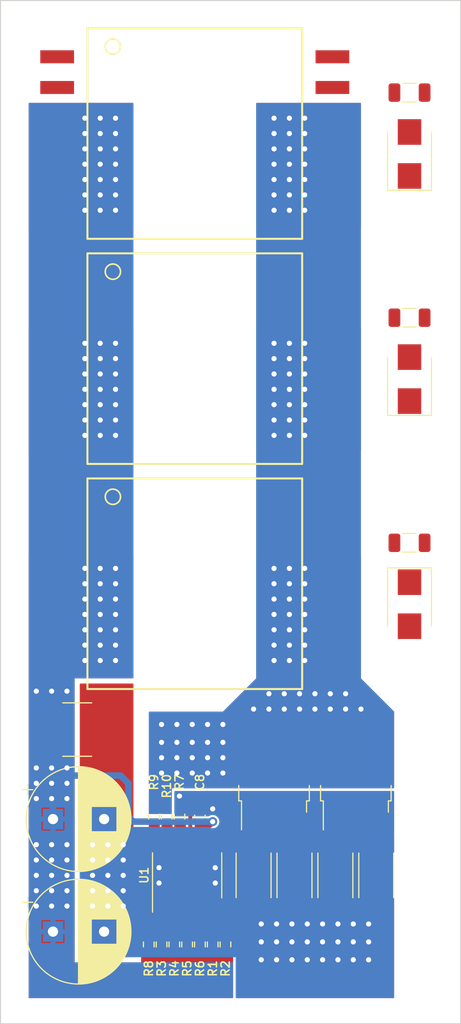
<source format=kicad_pcb>
(kicad_pcb (version 20211014) (generator pcbnew)
  (layers (0 "F.Cu" signal) (31 "B.Cu" signal) (34 "B.Paste" user) (35 "F.Paste" user) (36 "B.SilkS" user "B.Silkscreen") (37 "F.SilkS" user "F.Silkscreen") (38 "B.Mask" user) (39 "F.Mask" user) (44 "Edge.Cuts" user))
  (net 0 "")
  (net 1 "Net-(C1-Pad1)")
  (net 2 "Net-(C1-Pad2)")
  (net 3 "Net-(C2-Pad1)")
  (net 4 "Net-(C2-Pad2)")
  (net 5 "Net-(C3-Pad1)")
  (net 6 "Net-(C3-Pad2)")
  (net 7 "Net-(D1-Pad2)")
  (net 8 "Net-(D2-Pad2)")
  (net 9 "Net-(D3-Pad2)")
  (net 10 "Net-(Q1-Pad1)")
  (net 11 "Net-(Q1-Pad3)")
  (net 12 "Net-(Q1-Pad2)")
  (net 13 "Net-(C5-Pad1)")
  (net 14 "Net-(R1-Pad2)")
  (net 15 "Net-(R2-Pad2)")
  (net 16 "Net-(R3-Pad2)")
  (net 17 "Net-(R4-Pad2)")
  (net 18 "Net-(R5-Pad2)")
  (net 19 "Net-(R6-Pad2)")
  (net 20 "Net-(R7-Pad1)")
  (net 21 "GND")
  (net 22 "Net-(R8-Pad1)")
  (net 23 "Net-(R9-Pad1)")
  (net 24 "Net-(R10-Pad1)")
  (footprint "Resistor_SMD:R_2512_6332Metric" (layer "F.Cu") (at 183.75 190.5 -90)
    (fp_text reference "R11" hide)
    (fp_text value "0R01")
    (pad "1" smd roundrect locked (at -2.9625 0 270) (size 1.225 3.35) (layers "F.Cu" "F.Paste" "F.Mask") (roundrect_rratio 0.204082) (net 11 "Net-(Q1-Pad3)"))
    (pad "2" smd roundrect locked (at 2.9625 0 270) (size 1.225 3.35) (layers "F.Cu" "F.Paste" "F.Mask") (roundrect_rratio 0.204082) (net 21 "GND"))
  )
  (footprint "Capacitor_SMD:C_1206_3216Metric" (layer "F.Cu") (at 187 158 180)
    (fp_text reference "C2" hide)
    (fp_text value "1uF")
    (pad "1" smd roundrect locked (at -1.475 0 180) (size 1.15 1.8) (layers "F.Cu" "F.Paste" "F.Mask") (roundrect_rratio 0.217391) (net 3 "Net-(C2-Pad1)"))
    (pad "2" smd roundrect locked (at 1.475 0 180) (size 1.15 1.8) (layers "F.Cu" "F.Paste" "F.Mask") (roundrect_rratio 0.217391) (net 4 "Net-(C2-Pad2)"))
  )
  (footprint "Package_TO_SOT_SMD:TO-252-2" (layer "F.Cu") (at 173.75 180.75 90)
    (fp_text reference "Q1" hide)
    (fp_text value "FET")
    (pad "1" smd rect locked (at -4.2 -2.28 90) (size 2.2 1.2) (layers "F.Cu" "F.Paste" "F.Mask") (net 10 "Net-(Q1-Pad1)"))
    (pad "2" smd rect locked (at 2.1 0 90) (size 6.4 5.8) (layers "F.Cu" "F.Mask") (net 12 "Net-(Q1-Pad2)"))
    (pad "3" smd rect locked (at -4.2 2.28 90) (size 2.2 1.2) (layers "F.Cu" "F.Paste" "F.Mask") (net 11 "Net-(Q1-Pad3)"))
  )
  (footprint "DA2034:DA2034-AL" (layer "F.Cu") (at 165.999998 139.999999)
    (fp_text reference "U4" hide)
    (fp_text value "DA2034-AL" hide)
    (pad "P$1" smd rect (at -13.46 -7.5) (size 3.3 1.27) (layers "F.Cu" "F.Paste" "F.Mask") (net 6 "Net-(C3-Pad2)"))
    (pad "P$2" smd rect (at -13.46 -4.5) (size 3.3 1.27) (layers "F.Cu" "F.Paste" "F.Mask"))
    (pad "P$3" smd rect (at -13.46 -1.5) (size 3.3 1.27) (layers "F.Cu" "F.Paste" "F.Mask") (net 13 "Net-(C5-Pad1)"))
    (pad "P$4" smd rect (at -13.46 1.5) (size 3.3 1.27) (layers "F.Cu" "F.Paste" "F.Mask") (net 13 "Net-(C5-Pad1)"))
    (pad "P$5" smd rect (at -13.46 4.5) (size 3.3 1.27) (layers "F.Cu" "F.Paste" "F.Mask") (net 13 "Net-(C5-Pad1)"))
    (pad "P$6" smd rect (at -13.46 7.5) (size 3.3 1.27) (layers "F.Cu" "F.Paste" "F.Mask") (net 13 "Net-(C5-Pad1)"))
    (pad "P$7" smd rect (at 13.46 7.5) (size 3.3 1.27) (layers "F.Cu" "F.Paste" "F.Mask") (net 12 "Net-(Q1-Pad2)"))
    (pad "P$8" smd rect (at 13.46 4.5) (size 3.3 1.27) (layers "F.Cu" "F.Paste" "F.Mask") (net 12 "Net-(Q1-Pad2)"))
    (pad "P$9" smd rect (at 13.46 1.5) (size 3.3 1.27) (layers "F.Cu" "F.Paste" "F.Mask") (net 12 "Net-(Q1-Pad2)"))
    (pad "P$10" smd rect (at 13.46 -1.5) (size 3.3 1.27) (layers "F.Cu" "F.Paste" "F.Mask") (net 12 "Net-(Q1-Pad2)"))
    (pad "P$11" smd rect (at 13.46 -4.5) (size 3.3 1.27) (layers "F.Cu" "F.Paste" "F.Mask"))
    (pad "P$12" smd rect (at 13.46 -7.5) (size 3.3 1.27) (layers "F.Cu" "F.Paste" "F.Mask") (net 9 "Net-(D3-Pad2)"))
  )
  (footprint "Package_SO:HTSSOP-20-1EP_4.4x6.5mm_P0.65mm_EP2.74x3.86mm" (layer "F.Cu") (at 165.25 190.5 90)
    (fp_text reference "U1" (at 0.000005 -4.199996 90) (layer "F.SilkS") (effects (font (size 0.8128 0.8128))))
    (fp_text value "LT3751")
    (pad "1" smd roundrect locked (at -2.8625 -2.925 90) (size 1.475 0.4) (layers "F.Cu" "F.Paste" "F.Mask") (net 22 "Net-(R8-Pad1)"))
    (pad "2" smd roundrect locked (at -2.8625 -2.275 90) (size 1.475 0.4) (layers "F.Cu" "F.Paste" "F.Mask") (net 16 "Net-(R3-Pad2)"))
    (pad "3" smd roundrect locked (at -2.8625 -1.625 90) (size 1.475 0.4) (layers "F.Cu" "F.Paste" "F.Mask") (net 17 "Net-(R4-Pad2)"))
    (pad "4" smd roundrect locked (at -2.8625 -0.975 90) (size 1.475 0.4) (layers "F.Cu" "F.Paste" "F.Mask") (net 18 "Net-(R5-Pad2)"))
    (pad "5" smd roundrect locked (at -2.8625 -0.325 90) (size 1.475 0.4) (layers "F.Cu" "F.Paste" "F.Mask") (net 19 "Net-(R6-Pad2)"))
    (pad "6" smd roundrect locked (at -2.8625 0.325 90) (size 1.475 0.4) (layers "F.Cu" "F.Paste" "F.Mask") (net 14 "Net-(R1-Pad2)"))
    (pad "7" smd roundrect locked (at -2.8625 0.975 90) (size 1.475 0.4) (layers "F.Cu" "F.Paste" "F.Mask") (net 15 "Net-(R2-Pad2)"))
    (pad "8" smd roundrect locked (at -2.8625 1.625 90) (size 1.475 0.4) (layers "F.Cu" "F.Paste" "F.Mask"))
    (pad "9" smd roundrect locked (at -2.8625 2.275 90) (size 1.475 0.4) (layers "F.Cu" "F.Paste" "F.Mask") (net 21 "GND"))
    (pad "10" smd roundrect locked (at -2.8625 2.925 90) (size 1.475 0.4) (layers "F.Cu" "F.Paste" "F.Mask") (net 21 "GND"))
    (pad "11" smd roundrect locked (at 2.8625 2.925 90) (size 1.475 0.4) (layers "F.Cu" "F.Paste" "F.Mask") (net 21 "GND"))
    (pad "12" smd roundrect locked (at 2.8625 2.275 90) (size 1.475 0.4) (layers "F.Cu" "F.Paste" "F.Mask") (net 11 "Net-(Q1-Pad3)"))
    (pad "13" smd roundrect locked (at 2.8625 1.625 90) (size 1.475 0.4) (layers "F.Cu" "F.Paste" "F.Mask") (net 13 "Net-(C5-Pad1)"))
    (pad "14" smd roundrect locked (at 2.8625 0.975 90) (size 1.475 0.4) (layers "F.Cu" "F.Paste" "F.Mask") (net 13 "Net-(C5-Pad1)"))
    (pad "15" smd roundrect locked (at 2.8625 0.325 90) (size 1.475 0.4) (layers "F.Cu" "F.Paste" "F.Mask") (net 10 "Net-(Q1-Pad1)"))
    (pad "16" smd roundrect locked (at 2.8625 -0.325 90) (size 1.475 0.4) (layers "F.Cu" "F.Paste" "F.Mask") (net 20 "Net-(R7-Pad1)"))
    (pad "17" smd roundrect locked (at 2.8625 -0.975 90) (size 1.475 0.4) (layers "F.Cu" "F.Paste" "F.Mask"))
    (pad "18" smd roundrect locked (at 2.8625 -1.625 90) (size 1.475 0.4) (layers "F.Cu" "F.Paste" "F.Mask") (net 24 "Net-(R10-Pad1)"))
    (pad "19" smd roundrect locked (at 2.8625 -2.275 90) (size 1.475 0.4) (layers "F.Cu" "F.Paste" "F.Mask"))
    (pad "20" smd roundrect locked (at 2.8625 -2.925 90) (size 1.475 0.4) (layers "F.Cu" "F.Paste" "F.Mask") (net 23 "Net-(R9-Pad1)"))
    (pad "21" smd rect locked (at 0 0 90) (size 2.74 3.86) (layers "F.Cu" "F.Mask") (net 21 "GND"))
  )
  (footprint "Resistor_SMD:R_0603_1608Metric" (layer "F.Cu") (at 163.25 184.75 90)
    (fp_text reference "R10" (at 4.25 0 90) (layer "F.SilkS") (effects (font (size 0.8128 0.8128)) (justify right)))
    (fp_text value "40K2")
    (pad "1" smd roundrect locked (at -0.825 0 90) (size 0.8 0.95) (layers "F.Cu" "F.Paste" "F.Mask") (net 24 "Net-(R10-Pad1)"))
    (pad "2" smd roundrect locked (at 0.825 0 90) (size 0.8 0.95) (layers "F.Cu" "F.Paste" "F.Mask") (net 12 "Net-(Q1-Pad2)"))
  )
  (footprint "Diode_SMD:D_SMB" (layer "F.Cu") (at 187 120 90)
    (fp_text reference "D1" hide)
    (fp_text value "D")
    (pad "1" smd rect locked (at -2.15 0 90) (size 2.5 2.3) (layers "F.Cu" "F.Paste" "F.Mask") (net 1 "Net-(C1-Pad1)"))
    (pad "2" smd rect locked (at 2.15 0 90) (size 2.5 2.3) (layers "F.Cu" "F.Paste" "F.Mask") (net 7 "Net-(D1-Pad2)"))
  )
  (footprint "Diode_SMD:D_SMB" (layer "F.Cu") (at 187 164 -90)
    (fp_text reference "D2" hide)
    (fp_text value "D")
    (pad "1" smd rect locked (at -2.15 0 270) (size 2.5 2.3) (layers "F.Cu" "F.Paste" "F.Mask") (net 3 "Net-(C2-Pad1)"))
    (pad "2" smd rect locked (at 2.15 0 270) (size 2.5 2.3) (layers "F.Cu" "F.Paste" "F.Mask") (net 8 "Net-(D2-Pad2)"))
  )
  (footprint "Resistor_SMD:R_0603_1608Metric" (layer "F.Cu") (at 162.75 197.25 90)
    (fp_text reference "R3" (at -3.25 0 90) (layer "F.SilkS") (effects (font (size 0.8128 0.8128)) (justify left)))
    (fp_text value "100K")
    (pad "1" smd roundrect locked (at -0.825 0 90) (size 0.8 0.95) (layers "F.Cu" "F.Paste" "F.Mask") (net 13 "Net-(C5-Pad1)"))
    (pad "2" smd roundrect locked (at 0.825 0 90) (size 0.8 0.95) (layers "F.Cu" "F.Paste" "F.Mask") (net 16 "Net-(R3-Pad2)"))
  )
  (footprint "Resistor_SMD:R_0603_1608Metric" (layer "F.Cu") (at 164 197.25 90)
    (fp_text reference "R4" (at -3.25 0 90) (layer "F.SilkS") (effects (font (size 0.8128 0.8128)) (justify left)))
    (fp_text value "100K")
    (pad "1" smd roundrect locked (at -0.825 0 90) (size 0.8 0.95) (layers "F.Cu" "F.Paste" "F.Mask") (net 13 "Net-(C5-Pad1)"))
    (pad "2" smd roundrect locked (at 0.825 0 90) (size 0.8 0.95) (layers "F.Cu" "F.Paste" "F.Mask") (net 17 "Net-(R4-Pad2)"))
  )
  (footprint "Capacitor_SMD:C_1206_3216Metric" (layer "F.Cu") (at 187 114 180)
    (fp_text reference "C1" hide)
    (fp_text value "1uF")
    (pad "1" smd roundrect locked (at -1.475 0 180) (size 1.15 1.8) (layers "F.Cu" "F.Paste" "F.Mask") (roundrect_rratio 0.217391) (net 1 "Net-(C1-Pad1)"))
    (pad "2" smd roundrect locked (at 1.475 0 180) (size 1.15 1.8) (layers "F.Cu" "F.Paste" "F.Mask") (roundrect_rratio 0.217391) (net 2 "Net-(C1-Pad2)"))
  )
  (footprint "Diode_SMD:D_SMB" (layer "F.Cu") (at 187 142 90)
    (fp_text reference "D3" hide)
    (fp_text value "D")
    (pad "1" smd rect locked (at -2.15 0 90) (size 2.5 2.3) (layers "F.Cu" "F.Paste" "F.Mask") (net 5 "Net-(C3-Pad1)"))
    (pad "2" smd rect locked (at 2.15 0 90) (size 2.5 2.3) (layers "F.Cu" "F.Paste" "F.Mask") (net 9 "Net-(D3-Pad2)"))
  )
  (footprint "Capacitor_THT:CP_Radial_D10.0mm_P5.00mm" (layer "F.Cu") (at 152.132323 196)
    (fp_text reference "C6" hide)
    (fp_text value "470uF")
    (pad "1" thru_hole rect locked (at 0 0) (size 2 2) (drill 1) (layers *.Cu *.Mask) (net 13 "Net-(C5-Pad1)"))
    (pad "2" thru_hole circle locked (at 5 0) (size 2 2) (drill 1) (layers *.Cu *.Mask) (net 21 "GND"))
  )
  (footprint "Resistor_SMD:R_0603_1608Metric" (layer "F.Cu") (at 164.5 184.75 90)
    (fp_text reference "R7" (at 4.25 0 90) (layer "F.SilkS") (effects (font (size 0.8128 0.8128)) (justify right)))
    (fp_text value "787R")
    (pad "1" smd roundrect locked (at -0.825 0 90) (size 0.8 0.95) (layers "F.Cu" "F.Paste" "F.Mask") (net 20 "Net-(R7-Pad1)"))
    (pad "2" smd roundrect locked (at 0.825 0 90) (size 0.8 0.95) (layers "F.Cu" "F.Paste" "F.Mask") (net 21 "GND"))
  )
  (footprint "Capacitor_SMD:C_1206_3216Metric" (layer "F.Cu") (at 187 136 180)
    (fp_text reference "C3" hide)
    (fp_text value "1uF")
    (pad "1" smd roundrect locked (at -1.475 0 180) (size 1.15 1.8) (layers "F.Cu" "F.Paste" "F.Mask") (roundrect_rratio 0.217391) (net 5 "Net-(C3-Pad1)"))
    (pad "2" smd roundrect locked (at 1.475 0 180) (size 1.15 1.8) (layers "F.Cu" "F.Paste" "F.Mask") (roundrect_rratio 0.217391) (net 6 "Net-(C3-Pad2)"))
  )
  (footprint "Capacitor_SMD:C_0603_1608Metric" (layer "F.Cu") (at 166.5 184.75 -90)
    (fp_text reference "C8" (at -4.25 0 90) (layer "F.SilkS") (effects (font (size 0.8128 0.8128)) (justify right)))
    (fp_text value "10uF")
    (pad "1" smd roundrect locked (at -0.775 0 270) (size 0.9 0.95) (layers "F.Cu" "F.Paste" "F.Mask") (net 21 "GND"))
    (pad "2" smd roundrect locked (at 0.775 0 270) (size 0.9 0.95) (layers "F.Cu" "F.Paste" "F.Mask") (net 13 "Net-(C5-Pad1)"))
  )
  (footprint "Resistor_SMD:R_2512_6332Metric" (layer "F.Cu") (at 171.75 190.5 -90)
    (fp_text reference "R12" hide)
    (fp_text value "0R01")
    (pad "1" smd roundrect locked (at -2.9625 0 270) (size 1.225 3.35) (layers "F.Cu" "F.Paste" "F.Mask") (roundrect_rratio 0.204082) (net 11 "Net-(Q1-Pad3)"))
    (pad "2" smd roundrect locked (at 2.9625 0 270) (size 1.225 3.35) (layers "F.Cu" "F.Paste" "F.Mask") (roundrect_rratio 0.204082) (net 21 "GND"))
  )
  (footprint "Resistor_SMD:R_2512_6332Metric" (layer "F.Cu") (at 175.75 190.5 -90)
    (fp_text reference "R14" hide)
    (fp_text value "0R01")
    (pad "1" smd roundrect locked (at -2.9625 0 270) (size 1.225 3.35) (layers "F.Cu" "F.Paste" "F.Mask") (roundrect_rratio 0.204082) (net 11 "Net-(Q1-Pad3)"))
    (pad "2" smd roundrect locked (at 2.9625 0 270) (size 1.225 3.35) (layers "F.Cu" "F.Paste" "F.Mask") (roundrect_rratio 0.204082) (net 21 "GND"))
  )
  (footprint "Resistor_SMD:R_0603_1608Metric" (layer "F.Cu") (at 165.25 197.25 90)
    (fp_text reference "R5" (at -3.25 0 90) (layer "F.SilkS") (effects (font (size 0.8128 0.8128)) (justify left)))
    (fp_text value "100K")
    (pad "1" smd roundrect locked (at -0.825 0 90) (size 0.8 0.95) (layers "F.Cu" "F.Paste" "F.Mask") (net 13 "Net-(C5-Pad1)"))
    (pad "2" smd roundrect locked (at 0.825 0 90) (size 0.8 0.95) (layers "F.Cu" "F.Paste" "F.Mask") (net 18 "Net-(R5-Pad2)"))
  )
  (footprint "Capacitor_THT:CP_Radial_D10.0mm_P5.00mm" (layer "F.Cu") (at 152.132323 185)
    (fp_text reference "C5" hide)
    (fp_text value "470uF")
    (pad "1" thru_hole rect locked (at 0 0) (size 2 2) (drill 1) (layers *.Cu *.Mask) (net 13 "Net-(C5-Pad1)"))
    (pad "2" thru_hole circle locked (at 5 0) (size 2 2) (drill 1) (layers *.Cu *.Mask) (net 21 "GND"))
  )
  (footprint "Package_TO_SOT_SMD:TO-252-2" (layer "F.Cu") (at 181.75 180.75 90)
    (fp_text reference "Q2" hide)
    (fp_text value "FET")
    (pad "1" smd rect locked (at -4.2 -2.28 90) (size 2.2 1.2) (layers "F.Cu" "F.Paste" "F.Mask") (net 10 "Net-(Q1-Pad1)"))
    (pad "2" smd rect locked (at 2.1 0 90) (size 6.4 5.8) (layers "F.Cu" "F.Mask") (net 12 "Net-(Q1-Pad2)"))
    (pad "3" smd rect locked (at -4.2 2.28 90) (size 2.2 1.2) (layers "F.Cu" "F.Paste" "F.Mask") (net 11 "Net-(Q1-Pad3)"))
  )
  (footprint "Resistor_SMD:R_0603_1608Metric" (layer "F.Cu") (at 169 197.25 90)
    (fp_text reference "R2" (at -3.25 0 90) (layer "F.SilkS") (effects (font (size 0.8128 0.8128)) (justify left)))
    (fp_text value "100K")
    (pad "1" smd roundrect locked (at -0.825 0 90) (size 0.8 0.95) (layers "F.Cu" "F.Paste" "F.Mask") (net 13 "Net-(C5-Pad1)"))
    (pad "2" smd roundrect locked (at 0.825 0 90) (size 0.8 0.95) (layers "F.Cu" "F.Paste" "F.Mask") (net 15 "Net-(R2-Pad2)"))
  )
  (footprint "DA2034:DA2034-AL" (layer "F.Cu") (at 165.999998 117.999993)
    (fp_text reference "U2" hide)
    (fp_text value "DA2034-AL" hide)
    (pad "P$1" smd rect (at -13.46 -7.5) (size 3.3 1.27) (layers "F.Cu" "F.Paste" "F.Mask") (net 2 "Net-(C1-Pad2)"))
    (pad "P$2" smd rect (at -13.46 -4.5) (size 3.3 1.27) (layers "F.Cu" "F.Paste" "F.Mask"))
    (pad "P$3" smd rect (at -13.46 -1.5) (size 3.3 1.27) (layers "F.Cu" "F.Paste" "F.Mask") (net 13 "Net-(C5-Pad1)"))
    (pad "P$4" smd rect (at -13.46 1.5) (size 3.3 1.27) (layers "F.Cu" "F.Paste" "F.Mask") (net 13 "Net-(C5-Pad1)"))
    (pad "P$5" smd rect (at -13.46 4.5) (size 3.3 1.27) (layers "F.Cu" "F.Paste" "F.Mask") (net 13 "Net-(C5-Pad1)"))
    (pad "P$6" smd rect (at -13.46 7.5) (size 3.3 1.27) (layers "F.Cu" "F.Paste" "F.Mask") (net 13 "Net-(C5-Pad1)"))
    (pad "P$7" smd rect (at 13.46 7.5) (size 3.3 1.27) (layers "F.Cu" "F.Paste" "F.Mask") (net 12 "Net-(Q1-Pad2)"))
    (pad "P$8" smd rect (at 13.46 4.5) (size 3.3 1.27) (layers "F.Cu" "F.Paste" "F.Mask") (net 12 "Net-(Q1-Pad2)"))
    (pad "P$9" smd rect (at 13.46 1.5) (size 3.3 1.27) (layers "F.Cu" "F.Paste" "F.Mask") (net 12 "Net-(Q1-Pad2)"))
    (pad "P$10" smd rect (at 13.46 -1.5) (size 3.3 1.27) (layers "F.Cu" "F.Paste" "F.Mask") (net 12 "Net-(Q1-Pad2)"))
    (pad "P$11" smd rect (at 13.46 -4.5) (size 3.3 1.27) (layers "F.Cu" "F.Paste" "F.Mask"))
    (pad "P$12" smd rect (at 13.46 -7.5) (size 3.3 1.27) (layers "F.Cu" "F.Paste" "F.Mask") (net 7 "Net-(D1-Pad2)"))
  )
  (footprint "Resistor_SMD:R_2512_6332Metric" (layer "F.Cu") (at 179.75 190.5 -90)
    (fp_text reference "R13" hide)
    (fp_text value "0R01")
    (pad "1" smd roundrect locked (at -2.9625 0 270) (size 1.225 3.35) (layers "F.Cu" "F.Paste" "F.Mask") (roundrect_rratio 0.204082) (net 11 "Net-(Q1-Pad3)"))
    (pad "2" smd roundrect locked (at 2.9625 0 270) (size 1.225 3.35) (layers "F.Cu" "F.Paste" "F.Mask") (roundrect_rratio 0.204082) (net 21 "GND"))
  )
  (footprint "DA2034:DA2034-AL" (layer "F.Cu") (at 165.999998 162.000006)
    (fp_text reference "U3" hide)
    (fp_text value "DA2034-AL" hide)
    (pad "P$1" smd rect (at -13.46 -7.5) (size 3.3 1.27) (layers "F.Cu" "F.Paste" "F.Mask") (net 4 "Net-(C2-Pad2)"))
    (pad "P$2" smd rect (at -13.46 -4.5) (size 3.3 1.27) (layers "F.Cu" "F.Paste" "F.Mask"))
    (pad "P$3" smd rect (at -13.46 -1.5) (size 3.3 1.27) (layers "F.Cu" "F.Paste" "F.Mask") (net 13 "Net-(C5-Pad1)"))
    (pad "P$4" smd rect (at -13.46 1.5) (size 3.3 1.27) (layers "F.Cu" "F.Paste" "F.Mask") (net 13 "Net-(C5-Pad1)"))
    (pad "P$5" smd rect (at -13.46 4.5) (size 3.3 1.27) (layers "F.Cu" "F.Paste" "F.Mask") (net 13 "Net-(C5-Pad1)"))
    (pad "P$6" smd rect (at -13.46 7.5) (size 3.3 1.27) (layers "F.Cu" "F.Paste" "F.Mask") (net 13 "Net-(C5-Pad1)"))
    (pad "P$7" smd rect (at 13.46 7.5) (size 3.3 1.27) (layers "F.Cu" "F.Paste" "F.Mask") (net 12 "Net-(Q1-Pad2)"))
    (pad "P$8" smd rect (at 13.46 4.5) (size 3.3 1.27) (layers "F.Cu" "F.Paste" "F.Mask") (net 12 "Net-(Q1-Pad2)"))
    (pad "P$9" smd rect (at 13.46 1.5) (size 3.3 1.27) (layers "F.Cu" "F.Paste" "F.Mask") (net 12 "Net-(Q1-Pad2)"))
    (pad "P$10" smd rect (at 13.46 -1.5) (size 3.3 1.27) (layers "F.Cu" "F.Paste" "F.Mask") (net 12 "Net-(Q1-Pad2)"))
    (pad "P$11" smd rect (at 13.46 -4.5) (size 3.3 1.27) (layers "F.Cu" "F.Paste" "F.Mask"))
    (pad "P$12" smd rect (at 13.46 -7.5) (size 3.3 1.27) (layers "F.Cu" "F.Paste" "F.Mask") (net 8 "Net-(D2-Pad2)"))
  )
  (footprint "Resistor_SMD:R_0603_1608Metric" (layer "F.Cu") (at 162 184.75 90)
    (fp_text reference "R9" (at 4.25 -0.000011 90) (layer "F.SilkS") (effects (font (size 0.8128 0.8128)) (justify right)))
    (fp_text value "18K2")
    (pad "1" smd roundrect locked (at -0.825 0 90) (size 0.8 0.95) (layers "F.Cu" "F.Paste" "F.Mask") (net 23 "Net-(R9-Pad1)"))
    (pad "2" smd roundrect locked (at 0.825 0 90) (size 0.8 0.95) (layers "F.Cu" "F.Paste" "F.Mask") (net 12 "Net-(Q1-Pad2)"))
  )
  (footprint "Resistor_SMD:R_0603_1608Metric" (layer "F.Cu") (at 167.75 197.25 90)
    (fp_text reference "R1" (at -3.25 0.00001 90) (layer "F.SilkS") (effects (font (size 0.8128 0.8128)) (justify left)))
    (fp_text value "100K")
    (pad "1" smd roundrect locked (at -0.825 0 90) (size 0.8 0.95) (layers "F.Cu" "F.Paste" "F.Mask") (net 13 "Net-(C5-Pad1)"))
    (pad "2" smd roundrect locked (at 0.825 0 90) (size 0.8 0.95) (layers "F.Cu" "F.Paste" "F.Mask") (net 14 "Net-(R1-Pad2)"))
  )
  (footprint "Resistor_SMD:R_0603_1608Metric" (layer "F.Cu") (at 166.5 197.25 90)
    (fp_text reference "R6" (at -3.25 0 90) (layer "F.SilkS") (effects (font (size 0.8128 0.8128)) (justify left)))
    (fp_text value "100K")
    (pad "1" smd roundrect locked (at -0.825 0 90) (size 0.8 0.95) (layers "F.Cu" "F.Paste" "F.Mask") (net 13 "Net-(C5-Pad1)"))
    (pad "2" smd roundrect locked (at 0.825 0 90) (size 0.8 0.95) (layers "F.Cu" "F.Paste" "F.Mask") (net 19 "Net-(R6-Pad2)"))
  )
  (footprint "Resistor_SMD:R_0603_1608Metric" (layer "F.Cu") (at 161.5 197.25 -90)
    (fp_text reference "R8" (at 3.25 -0.00001 90) (layer "F.SilkS") (effects (font (size 0.8128 0.8128)) (justify left)))
    (fp_text value "40K2")
    (pad "1" smd roundrect locked (at -0.825 0 270) (size 0.8 0.95) (layers "F.Cu" "F.Paste" "F.Mask") (net 22 "Net-(R8-Pad1)"))
    (pad "2" smd roundrect locked (at 0.825 0 270) (size 0.8 0.95) (layers "F.Cu" "F.Paste" "F.Mask") (net 13 "Net-(C5-Pad1)"))
  )
  (footprint "Capacitor_SMD:C_2220_5650Metric" (layer "F.Cu") (at 154.5 176.25)
    (fp_text reference "C7" hide)
    (fp_text value "100uF")
    (pad "1" smd roundrect locked (at -2.55 0) (size 1.8 5.4) (layers "F.Cu" "F.Paste" "F.Mask") (roundrect_rratio 0.138889) (net 13 "Net-(C5-Pad1)"))
    (pad "2" smd roundrect locked (at 2.55 0) (size 1.8 5.4) (layers "F.Cu" "F.Paste" "F.Mask") (roundrect_rratio 0.138889) (net 21 "GND"))
  )
  (gr_rect (start 147 105) (end 192 205) (layer "Edge.Cuts") (width 0.1) (fill none))
  (segment (start 171.75 189.875) (end 171.75 187.5375) (width 0.254) (layer "F.Cu") (net 11))
  (segment (start 167.525 187.6375) (end 167.525 186.725) (width 0.254) (layer "F.Cu") (net 11))
  (segment (start 168.125 186.125) (end 168.75 186.125) (width 0.254) (layer "F.Cu") (net 11))
  (segment (start 169.5 186.875) (end 169.5 189.75) (width 0.254) (layer "F.Cu") (net 11))
  (segment (start 170 190.25) (end 171.375 190.25) (width 0.254) (layer "F.Cu") (net 11))
  (arc (start 169.5 189.75) (mid 169.646447 190.103553) (end 170 190.25) (width 0.254) (layer "F.Cu") (net 11))
  (arc (start 171.375 190.25) (mid 171.640165 190.140165) (end 171.75 189.875) (width 0.254) (layer "F.Cu") (net 11))
  (arc (start 168.75 186.125) (mid 169.28033 186.34467) (end 169.5 186.875) (width 0.254) (layer "F.Cu") (net 11))
  (arc (start 167.525 186.725) (mid 167.700736 186.300736) (end 168.125 186.125) (width 0.254) (layer "F.Cu") (net 11))
  (via (at 176.75 118) (size 0.889) (drill 0.508) (layers "F.Cu" "B.Cu") (net 12))
  (via (at 173.75 165) (size 0.889) (drill 0.508) (layers "F.Cu" "B.Cu") (net 12))
  (via (at 175.25 147.5) (size 0.889) (drill 0.508) (layers "F.Cu" "B.Cu") (net 12))
  (via (at 173.75 166.5) (size 0.889) (drill 0.508) (layers "F.Cu" "B.Cu") (net 12))
  (via (at 173.75 168) (size 0.889) (drill 0.508) (layers "F.Cu" "B.Cu") (net 12))
  (via (at 162.75 179) (size 0.889) (drill 0.508) (layers "F.Cu" "B.Cu") (net 12))
  (via (at 165.75 177.5) (size 0.889) (drill 0.508) (layers "F.Cu" "B.Cu") (net 12))
  (via (at 173.75 160.5) (size 0.889) (drill 0.508) (layers "F.Cu" "B.Cu") (net 12))
  (via (at 175.25 165) (size 0.889) (drill 0.508) (layers "F.Cu" "B.Cu") (net 12))
  (via (at 180.75 172.75) (size 0.889) (drill 0.508) (layers "F.Cu" "B.Cu") (net 12))
  (via (at 175.25 125.5) (size 0.889) (drill 0.508) (layers "F.Cu" "B.Cu") (net 12))
  (via (at 176.25 174.25) (size 0.889) (drill 0.508) (layers "F.Cu" "B.Cu") (net 12))
  (via (at 176.75 141.5) (size 0.889) (drill 0.508) (layers "F.Cu" "B.Cu") (net 12))
  (via (at 167.25 177.5) (size 0.889) (drill 0.508) (layers "F.Cu" "B.Cu") (net 12))
  (via (at 176.75 147.5) (size 0.889) (drill 0.508) (layers "F.Cu" "B.Cu") (net 12))
  (via (at 176.75 143) (size 0.889) (drill 0.508) (layers "F.Cu" "B.Cu") (net 12))
  (via (at 176.75 125.5) (size 0.889) (drill 0.508) (layers "F.Cu" "B.Cu") (net 12))
  (via (at 175.25 138.5) (size 0.889) (drill 0.508) (layers "F.Cu" "B.Cu") (net 12))
  (via (at 176.75 168) (size 0.889) (drill 0.508) (layers "F.Cu" "B.Cu") (net 12))
  (via (at 164.25 179) (size 0.889) (drill 0.508) (layers "F.Cu" "B.Cu") (net 12))
  (via (at 176.25 172.75) (size 0.889) (drill 0.508) (layers "F.Cu" "B.Cu") (net 12))
  (via (at 174.75 174.25) (size 0.889) (drill 0.508) (layers "F.Cu" "B.Cu") (net 12))
  (via (at 162.75 175.75) (size 0.889) (drill 0.508) (layers "F.Cu" "B.Cu") (net 12))
  (via (at 177.75 174.25) (size 0.889) (drill 0.508) (layers "F.Cu" "B.Cu") (net 12))
  (via (at 175.25 122.5) (size 0.889) (drill 0.508) (layers "F.Cu" "B.Cu") (net 12))
  (via (at 173.75 144.5) (size 0.889) (drill 0.508) (layers "F.Cu" "B.Cu") (net 12))
  (via (at 175.25 166.5) (size 0.889) (drill 0.508) (layers "F.Cu" "B.Cu") (net 12))
  (via (at 164.25 175.75) (size 0.889) (drill 0.508) (layers "F.Cu" "B.Cu") (net 12))
  (via (at 162.75 180.5) (size 0.889) (drill 0.508) (layers "F.Cu" "B.Cu") (net 12))
  (via (at 168.75 177.5) (size 0.889) (drill 0.508) (layers "F.Cu" "B.Cu") (net 12))
  (via (at 176.75 124) (size 0.889) (drill 0.508) (layers "F.Cu" "B.Cu") (net 12))
  (via (at 176.75 144.5) (size 0.889) (drill 0.508) (layers "F.Cu" "B.Cu") (net 12))
  (via (at 173.75 141.5) (size 0.889) (drill 0.508) (layers "F.Cu" "B.Cu") (net 12))
  (via (at 176.75 165) (size 0.889) (drill 0.508) (layers "F.Cu" "B.Cu") (net 12))
  (via (at 175.25 121) (size 0.889) (drill 0.508) (layers "F.Cu" "B.Cu") (net 12))
  (via (at 165.75 179) (size 0.889) (drill 0.508) (layers "F.Cu" "B.Cu") (net 12))
  (via (at 173.75 169.5) (size 0.889) (drill 0.508) (layers "F.Cu" "B.Cu") (net 12))
  (via (at 173.25 172.75) (size 0.889) (drill 0.508) (layers "F.Cu" "B.Cu") (net 12))
  (via (at 175.25 141.5) (size 0.889) (drill 0.508) (layers "F.Cu" "B.Cu") (net 12))
  (via (at 167.25 175.75) (size 0.889) (drill 0.508) (layers "F.Cu" "B.Cu") (net 12))
  (via (at 168.75 175.75) (size 0.889) (drill 0.508) (layers "F.Cu" "B.Cu") (net 12))
  (via (at 173.75 147.5) (size 0.889) (drill 0.508) (layers "F.Cu" "B.Cu") (net 12))
  (via (at 176.75 166.5) (size 0.889) (drill 0.508) (layers "F.Cu" "B.Cu") (net 12))
  (via (at 173.75 116.5) (size 0.889) (drill 0.508) (layers "F.Cu" "B.Cu") (net 12))
  (via (at 175.25 118) (size 0.889) (drill 0.508) (layers "F.Cu" "B.Cu") (net 12))
  (via (at 177.75 172.75) (size 0.889) (drill 0.508) (layers "F.Cu" "B.Cu") (net 12))
  (via (at 179.25 172.75) (size 0.889) (drill 0.508) (layers "F.Cu" "B.Cu") (net 12))
  (via (at 173.75 121) (size 0.889) (drill 0.508) (layers "F.Cu" "B.Cu") (net 12))
  (via (at 173.75 162) (size 0.889) (drill 0.508) (layers "F.Cu" "B.Cu") (net 12))
  (via (at 173.75 146) (size 0.889) (drill 0.508) (layers "F.Cu" "B.Cu") (net 12))
  (via (at 173.75 118) (size 0.889) (drill 0.508) (layers "F.Cu" "B.Cu") (net 12))
  (via (at 173.75 163.5) (size 0.889) (drill 0.508) (layers "F.Cu" "B.Cu") (net 12))
  (via (at 176.75 121) (size 0.889) (drill 0.508) (layers "F.Cu" "B.Cu") (net 12))
  (via (at 171.75 174.25) (size 0.889) (drill 0.508) (layers "F.Cu" "B.Cu") (net 12))
  (via (at 176.75 160.5) (size 0.889) (drill 0.508) (layers "F.Cu" "B.Cu") (net 12))
  (via (at 168.75 179) (size 0.889) (drill 0.508) (layers "F.Cu" "B.Cu") (net 12))
  (via (at 176.75 163.5) (size 0.889) (drill 0.508) (layers "F.Cu" "B.Cu") (net 12))
  (via (at 176.75 116.5) (size 0.889) (drill 0.508) (layers "F.Cu" "B.Cu") (net 12))
  (via (at 173.75 143) (size 0.889) (drill 0.508) (layers "F.Cu" "B.Cu") (net 12))
  (via (at 167.25 179) (size 0.889) (drill 0.508) (layers "F.Cu" "B.Cu") (net 12))
  (via (at 182.25 174.25) (size 0.889) (drill 0.508) (layers "F.Cu" "B.Cu") (net 12))
  (via (at 162.75 177.5) (size 0.889) (drill 0.508) (layers "F.Cu" "B.Cu") (net 12))
  (via (at 176.75 138.5) (size 0.889) (drill 0.508) (layers "F.Cu" "B.Cu") (net 12))
  (via (at 165.75 175.75) (size 0.889) (drill 0.508) (layers "F.Cu" "B.Cu") (net 12))
  (via (at 165.75 180.5) (size 0.889) (drill 0.508) (layers "F.Cu" "B.Cu") (net 12))
  (via (at 175.25 116.5) (size 0.889) (drill 0.508) (layers "F.Cu" "B.Cu") (net 12))
  (via (at 173.75 140) (size 0.889) (drill 0.508) (layers "F.Cu" "B.Cu") (net 12))
  (via (at 168.75 180.5) (size 0.889) (drill 0.508) (layers "F.Cu" "B.Cu") (net 12))
  (via (at 175.25 146) (size 0.889) (drill 0.508) (layers "F.Cu" "B.Cu") (net 12))
  (via (at 173.75 125.5) (size 0.889) (drill 0.508) (layers "F.Cu" "B.Cu") (net 12))
  (via (at 167.25 180.5) (size 0.889) (drill 0.508) (layers "F.Cu" "B.Cu") (net 12))
  (via (at 176.75 146) (size 0.889) (drill 0.508) (layers "F.Cu" "B.Cu") (net 12))
  (via (at 164.25 177.5) (size 0.889) (drill 0.508) (layers "F.Cu" "B.Cu") (net 12))
  (via (at 173.75 119.5) (size 0.889) (drill 0.508) (layers "F.Cu" "B.Cu") (net 12))
  (via (at 173.75 122.5) (size 0.889) (drill 0.508) (layers "F.Cu" "B.Cu") (net 12))
  (via (at 175.25 163.5) (size 0.889) (drill 0.508) (layers "F.Cu" "B.Cu") (net 12))
  (via (at 179.25 174.25) (size 0.889) (drill 0.508) (layers "F.Cu" "B.Cu") (net 12))
  (via (at 174.75 172.75) (size 0.889) (drill 0.508) (layers "F.Cu" "B.Cu") (net 12))
  (via (at 176.75 169.5) (size 0.889) (drill 0.508) (layers "F.Cu" "B.Cu") (net 12))
  (via (at 176.75 122.5) (size 0.889) (drill 0.508) (layers "F.Cu" "B.Cu") (net 12))
  (via (at 175.25 143) (size 0.889) (drill 0.508) (layers "F.Cu" "B.Cu") (net 12))
  (via (at 176.75 119.5) (size 0.889) (drill 0.508) (layers "F.Cu" "B.Cu") (net 12))
  (via (at 180.75 174.25) (size 0.889) (drill 0.508) (layers "F.Cu" "B.Cu") (net 12))
  (via (at 175.25 169.5) (size 0.889) (drill 0.508) (layers "F.Cu" "B.Cu") (net 12))
  (via (at 175.25 160.5) (size 0.889) (drill 0.508) (layers "F.Cu" "B.Cu") (net 12))
  (via (at 175.25 140) (size 0.889) (drill 0.508) (layers "F.Cu" "B.Cu") (net 12))
  (via (at 176.75 162) (size 0.889) (drill 0.508) (layers "F.Cu" "B.Cu") (net 12))
  (via (at 173.25 174.25) (size 0.889) (drill 0.508) (layers "F.Cu" "B.Cu") (net 12))
  (via (at 175.25 168) (size 0.889) (drill 0.508) (layers "F.Cu" "B.Cu") (net 12))
  (via (at 175.25 144.5) (size 0.889) (drill 0.508) (layers "F.Cu" "B.Cu") (net 12))
  (via (at 173.75 124) (size 0.889) (drill 0.508) (layers "F.Cu" "B.Cu") (net 12))
  (via (at 176.75 140) (size 0.889) (drill 0.508) (layers "F.Cu" "B.Cu") (net 12))
  (via (at 164.25 180.5) (size 0.889) (drill 0.508) (layers "F.Cu" "B.Cu") (net 12))
  (via (at 175.25 124) (size 0.889) (drill 0.508) (layers "F.Cu" "B.Cu") (net 12))
  (via (at 175.25 119.5) (size 0.889) (drill 0.508) (layers "F.Cu" "B.Cu") (net 12))
  (via (at 175.25 162) (size 0.889) (drill 0.508) (layers "F.Cu" "B.Cu") (net 12))
  (via (at 173.75 138.5) (size 0.889) (drill 0.508) (layers "F.Cu" "B.Cu") (net 12))
  (segment (start 167.475 185.525) (end 167.75 185.25) (width 0.635) (layer "F.Cu") (net 13))
  (segment (start 166.5 185.525) (end 167.475 185.525) (width 0.635) (layer "F.Cu") (net 13))
  (via (at 155.25 169.5) (size 0.889) (drill 0.508) (layers "F.Cu" "B.Cu") (net 13))
  (via (at 152 172.5) (size 0.889) (drill 0.508) (layers "F.Cu" "B.Cu") (net 13))
  (via (at 158.25 146) (size 0.889) (drill 0.508) (layers "F.Cu" "B.Cu") (net 13))
  (via (at 153.5 190.5) (size 0.889) (drill 0.508) (layers "F.Cu" "B.Cu") (net 13))
  (via (at 155.25 162) (size 0.889) (drill 0.508) (layers "F.Cu" "B.Cu") (net 13))
  (via (at 156.75 163.5) (size 0.889) (drill 0.508) (layers "F.Cu" "B.Cu") (net 13))
  (via (at 152 190.5) (size 0.889) (drill 0.508) (layers "F.Cu" "B.Cu") (net 13))
  (via (at 155.25 143) (size 0.889) (drill 0.508) (layers "F.Cu" "B.Cu") (net 13))
  (via (at 150.5 192) (size 0.889) (drill 0.508) (layers "F.Cu" "B.Cu") (net 13))
  (via (at 155.25 144.5) (size 0.889) (drill 0.508) (layers "F.Cu" "B.Cu") (net 13))
  (via (at 156.75 122.5) (size 0.889) (drill 0.508) (layers "F.Cu" "B.Cu") (net 13))
  (via (at 155.25 124) (size 0.889) (drill 0.508) (layers "F.Cu" "B.Cu") (net 13))
  (via (at 156.75 144.5) (size 0.889) (drill 0.508) (layers "F.Cu" "B.Cu") (net 13))
  (via (at 158.25 124) (size 0.889) (drill 0.508) (layers "F.Cu" "B.Cu") (net 13))
  (via (at 158.25 165) (size 0.889) (drill 0.508) (layers "F.Cu" "B.Cu") (net 13))
  (via (at 156.75 160.5) (size 0.889) (drill 0.508) (layers "F.Cu" "B.Cu") (net 13))
  (via (at 155.25 121) (size 0.889) (drill 0.508) (layers "F.Cu" "B.Cu") (net 13))
  (via (at 152 193.5) (size 0.889) (drill 0.508) (layers "F.Cu" "B.Cu") (net 13))
  (via (at 156.75 147.5) (size 0.889) (drill 0.508) (layers "F.Cu" "B.Cu") (net 13))
  (via (at 158.25 162) (size 0.889) (drill 0.508) (layers "F.Cu" "B.Cu") (net 13))
  (via (at 158.25 169.5) (size 0.889) (drill 0.508) (layers "F.Cu" "B.Cu") (net 13))
  (via (at 152 189) (size 0.889) (drill 0.508) (layers "F.Cu" "B.Cu") (net 13))
  (via (at 155.25 146) (size 0.889) (drill 0.508) (layers "F.Cu" "B.Cu") (net 13))
  (via (at 158.25 125.5) (size 0.889) (drill 0.508) (layers "F.Cu" "B.Cu") (net 13))
  (via (at 155.25 141.5) (size 0.889) (drill 0.508) (layers "F.Cu" "B.Cu") (net 13))
  (via (at 156.75 121) (size 0.889) (drill 0.508) (layers "F.Cu" "B.Cu") (net 13))
  (via (at 158.25 140) (size 0.889) (drill 0.508) (layers "F.Cu" "B.Cu") (net 13))
  (via (at 158.25 141.5) (size 0.889) (drill 0.508) (layers "F.Cu" "B.Cu") (net 13))
  (via (at 155.25 125.5) (size 0.889) (drill 0.508) (layers "F.Cu" "B.Cu") (net 13))
  (via (at 155.25 118) (size 0.889) (drill 0.508) (layers "F.Cu" "B.Cu") (net 13))
  (via (at 153.5 183) (size 0.889) (drill 0.508) (layers "F.Cu" "B.Cu") (net 13))
  (via (at 158.25 118) (size 0.889) (drill 0.508) (layers "F.Cu" "B.Cu") (net 13))
  (via (at 155.25 122.5) (size 0.889) (drill 0.508) (layers "F.Cu" "B.Cu") (net 13))
  (via (at 158.25 168) (size 0.889) (drill 0.508) (layers "F.Cu" "B.Cu") (net 13))
  (via (at 153.5 192) (size 0.889) (drill 0.508) (layers "F.Cu" "B.Cu") (net 13))
  (via (at 153.5 187.5) (size 0.889) (drill 0.508) (layers "F.Cu" "B.Cu") (net 13))
  (via (at 156.75 162) (size 0.889) (drill 0.508) (layers "F.Cu" "B.Cu") (net 13))
  (via (at 150.5 172.5) (size 0.889) (drill 0.508) (layers "F.Cu" "B.Cu") (net 13))
  (via (at 158.25 147.5) (size 0.889) (drill 0.508) (layers "F.Cu" "B.Cu") (net 13))
  (via (at 158.25 163.5) (size 0.889) (drill 0.508) (layers "F.Cu" "B.Cu") (net 13))
  (via (at 156.75 141.5) (size 0.889) (drill 0.508) (layers "F.Cu" "B.Cu") (net 13))
  (via (at 156.75 116.5) (size 0.889) (drill 0.508) (layers "F.Cu" "B.Cu") (net 13))
  (via (at 150.5 193.5) (size 0.889) (drill 0.508) (layers "F.Cu" "B.Cu") (net 13))
  (via (at 155.25 166.5) (size 0.889) (drill 0.508) (layers "F.Cu" "B.Cu") (net 13))
  (via (at 156.75 168) (size 0.889) (drill 0.508) (layers "F.Cu" "B.Cu") (net 13))
  (via (at 158.25 122.5) (size 0.889) (drill 0.508) (layers "F.Cu" "B.Cu") (net 13))
  (via (at 155.25 160.5) (size 0.889) (drill 0.508) (layers "F.Cu" "B.Cu") (net 13))
  (via (at 152 187.5) (size 0.889) (drill 0.508) (layers "F.Cu" "B.Cu") (net 13))
  (via (at 155.25 147.5) (size 0.889) (drill 0.508) (layers "F.Cu" "B.Cu") (net 13))
  (via (at 150.5 190.5) (size 0.889) (drill 0.508) (layers "F.Cu" "B.Cu") (net 13))
  (via (at 156.75 124) (size 0.889) (drill 0.508) (layers "F.Cu" "B.Cu") (net 13))
  (via (at 153.5 181.5) (size 0.889) (drill 0.508) (layers "F.Cu" "B.Cu") (net 13))
  (via (at 152 192) (size 0.889) (drill 0.508) (layers "F.Cu" "B.Cu") (net 13))
  (via (at 158.25 143) (size 0.889) (drill 0.508) (layers "F.Cu" "B.Cu") (net 13))
  (via (at 150.5 180) (size 0.889) (drill 0.508) (layers "F.Cu" "B.Cu") (net 13))
  (via (at 156.75 166.5) (size 0.889) (drill 0.508) (layers "F.Cu" "B.Cu") (net 13))
  (via (at 155.25 165) (size 0.889) (drill 0.508) (layers "F.Cu" "B.Cu") (net 13))
  (via (at 155.25 116.5) (size 0.889) (drill 0.508) (layers "F.Cu" "B.Cu") (net 13))
  (via (at 153.5 172.5) (size 0.889) (drill 0.508) (layers "F.Cu" "B.Cu") (net 13))
  (via (at 156.75 125.5) (size 0.889) (drill 0.508) (layers "F.Cu" "B.Cu") (net 13))
  (via (at 153.5 193.5) (size 0.889) (drill 0.508) (layers "F.Cu" "B.Cu") (net 13))
  (via (at 155.25 119.5) (size 0.889) (drill 0.508) (layers "F.Cu" "B.Cu") (net 13))
  (via (at 152 180) (size 0.889) (drill 0.508) (layers "F.Cu" "B.Cu") (net 13))
  (via (at 156.75 138.5) (size 0.889) (drill 0.508) (layers "F.Cu" "B.Cu") (net 13))
  (via (at 152 181.5) (size 0.889) (drill 0.508) (layers "F.Cu" "B.Cu") (net 13))
  (via (at 156.75 118) (size 0.889) (drill 0.508) (layers "F.Cu" "B.Cu") (net 13))
  (via (at 156.75 165) (size 0.889) (drill 0.508) (layers "F.Cu" "B.Cu") (net 13))
  (via (at 153.5 189) (size 0.889) (drill 0.508) (layers "F.Cu" "B.Cu") (net 13))
  (via (at 158.25 160.5) (size 0.889) (drill 0.508) (layers "F.Cu" "B.Cu") (net 13))
  (via (at 156.75 143) (size 0.889) (drill 0.508) (layers "F.Cu" "B.Cu") (net 13))
  (via (at 156.75 169.5) (size 0.889) (drill 0.508) (layers "F.Cu" "B.Cu") (net 13))
  (via (at 150.5 187.5) (size 0.889) (drill 0.508) (layers "F.Cu" "B.Cu") (net 13))
  (via (at 158.25 121) (size 0.889) (drill 0.508) (layers "F.Cu" "B.Cu") (net 13))
  (via (at 155.25 138.5) (size 0.889) (drill 0.508) (layers "F.Cu" "B.Cu") (net 13))
  (via (at 152 183) (size 0.889) (drill 0.508) (layers "F.Cu" "B.Cu") (net 13))
  (via (at 150.5 181.5) (size 0.889) (drill 0.508) (layers "F.Cu" "B.Cu") (net 13))
  (via (at 158.25 116.5) (size 0.889) (drill 0.508) (layers "F.Cu" "B.Cu") (net 13))
  (via (at 155.25 140) (size 0.889) (drill 0.508) (layers "F.Cu" "B.Cu") (net 13))
  (via (at 155.25 163.5) (size 0.889) (drill 0.508) (layers "F.Cu" "B.Cu") (net 13))
  (via (at 153.5 180) (size 0.889) (drill 0.508) (layers "F.Cu" "B.Cu") (net 13))
  (via (at 150.5 183) (size 0.889) (drill 0.508) (layers "F.Cu" "B.Cu") (net 13))
  (via (at 156.75 119.5) (size 0.889) (drill 0.508) (layers "F.Cu" "B.Cu") (net 13))
  (via (at 158.25 144.5) (size 0.889) (drill 0.508) (layers "F.Cu" "B.Cu") (net 13))
  (via (at 158.25 138.5) (size 0.889) (drill 0.508) (layers "F.Cu" "B.Cu") (net 13))
  (via (at 158.25 119.5) (size 0.889) (drill 0.508) (layers "F.Cu" "B.Cu") (net 13))
  (via (at 155.25 168) (size 0.889) (drill 0.508) (layers "F.Cu" "B.Cu") (net 13))
  (via (at 158.25 166.5) (size 0.889) (drill 0.508) (layers "F.Cu" "B.Cu") (net 13))
  (via (at 167.75 185.25) (size 0.889) (drill 0.508) (layers "F.Cu" "B.Cu") (net 13))
  (via (at 156.75 146) (size 0.889) (drill 0.508) (layers "F.Cu" "B.Cu") (net 13))
  (via (at 150.5 189) (size 0.889) (drill 0.508) (layers "F.Cu" "B.Cu") (net 13))
  (via (at 156.75 140) (size 0.889) (drill 0.508) (layers "F.Cu" "B.Cu") (net 13))
  (segment (start 158.75 180.75) (end 153 180.75) (width 0.635) (layer "B.Cu") (net 13))
  (segment (start 159.5 181.5) (end 158.75 180.75) (width 0.635) (layer "B.Cu") (net 13))
  (segment (start 153 180.75) (end 152.132323 181.617677) (width 0.635) (layer "B.Cu") (net 13))
  (segment (start 160 185.25) (end 159.5 184.75) (width 0.635) (layer "B.Cu") (net 13))
  (segment (start 159.5 184.75) (end 159.5 181.5) (width 0.635) (layer "B.Cu") (net 13))
  (segment (start 152.132323 181.617677) (end 152.132323 185) (width 0.635) (layer "B.Cu") (net 13))
  (segment (start 167.75 185.25) (end 160 185.25) (width 0.635) (layer "B.Cu") (net 13))
  (segment (start 166.5 183.975) (end 167.75 184) (width 0.635) (layer "F.Cu") (net 21))
  (segment (start 168.175 187.6375) (end 168.175 186.825) (width 0.254) (layer "F.Cu") (net 21))
  (segment (start 171.75 193.4625) (end 171.75 191.125) (width 0.254) (layer "F.Cu") (net 21))
  (segment (start 164.5 183.925) (end 164.5 182.75) (width 0.635) (layer "F.Cu") (net 21))
  (segment (start 171.375 190.75) (end 169.858626 190.75) (width 0.254) (layer "F.Cu") (net 21))
  (segment (start 168.75 186.625) (end 168.375 186.625) (width 0.254) (layer "F.Cu") (net 21))
  (segment (start 169 189.891374) (end 169 186.875) (width 0.254) (layer "F.Cu") (net 21))
  (via (at 157.5 193.5) (size 0.889) (drill 0.508) (layers "F.Cu" "B.Cu") (net 21))
  (via (at 180 197) (size 0.889) (drill 0.508) (layers "F.Cu" "B.Cu") (net 21))
  (via (at 177 195.25) (size 0.889) (drill 0.508) (layers "F.Cu" "B.Cu") (net 21))
  (via (at 175.5 198.75) (size 0.889) (drill 0.508) (layers "F.Cu" "B.Cu") (net 21))
  (via (at 178.5 195.25) (size 0.889) (drill 0.508) (layers "F.Cu" "B.Cu") (net 21))
  (via (at 168 189.75) (size 0.889) (drill 0.508) (layers "F.Cu" "B.Cu") (net 21))
  (via (at 159 187.5) (size 0.889) (drill 0.508) (layers "F.Cu" "B.Cu") (net 21))
  (via (at 167.75 184) (size 0.889) (drill 0.508) (layers "F.Cu" "B.Cu") (net 21))
  (via (at 157.5 189) (size 0.889) (drill 0.508) (layers "F.Cu" "B.Cu") (net 21))
  (via (at 181.5 197) (size 0.889) (drill 0.508) (layers "F.Cu" "B.Cu") (net 21))
  (via (at 156 190.5) (size 0.889) (drill 0.508) (layers "F.Cu" "B.Cu") (net 21))
  (via (at 181.5 195.25) (size 0.889) (drill 0.508) (layers "F.Cu" "B.Cu") (net 21))
  (via (at 172.5 197) (size 0.889) (drill 0.508) (layers "F.Cu" "B.Cu") (net 21))
  (via (at 156 192) (size 0.889) (drill 0.508) (layers "F.Cu" "B.Cu") (net 21))
  (via (at 156 189) (size 0.889) (drill 0.508) (layers "F.Cu" "B.Cu") (net 21))
  (via (at 183 195.25) (size 0.889) (drill 0.508) (layers "F.Cu" "B.Cu") (net 21))
  (via (at 178.5 197) (size 0.889) (drill 0.508) (layers "F.Cu" "B.Cu") (net 21))
  (via (at 180 195.25) (size 0.889) (drill 0.508) (layers "F.Cu" "B.Cu") (net 21))
  (via (at 180 198.75) (size 0.889) (drill 0.508) (layers "F.Cu" "B.Cu") (net 21))
  (via (at 174 197) (size 0.889) (drill 0.508) (layers "F.Cu" "B.Cu") (net 21))
  (via (at 159 192) (size 0.889) (drill 0.508) (layers "F.Cu" "B.Cu") (net 21))
  (via (at 168 191.25) (size 0.889) (drill 0.508) (layers "F.Cu" "B.Cu") (net 21))
  (via (at 159 189) (size 0.889) (drill 0.508) (layers "F.Cu" "B.Cu") (net 21))
  (via (at 172.5 198.75) (size 0.889) (drill 0.508) (layers "F.Cu" "B.Cu") (net 21))
  (via (at 177 197) (size 0.889) (drill 0.508) (layers "F.Cu" "B.Cu") (net 21))
  (via (at 177 198.75) (size 0.889) (drill 0.508) (layers "F.Cu" "B.Cu") (net 21))
  (via (at 178.5 198.75) (size 0.889) (drill 0.508) (layers "F.Cu" "B.Cu") (net 21))
  (via (at 156 193.5) (size 0.889) (drill 0.508) (layers "F.Cu" "B.Cu") (net 21))
  (via (at 157.5 187.5) (size 0.889) (drill 0.508) (layers "F.Cu" "B.Cu") (net 21))
  (via (at 162.5 189.75) (size 0.889) (drill 0.508) (layers "F.Cu" "B.Cu") (net 21))
  (via (at 157.5 190.5) (size 0.889) (drill 0.508) (layers "F.Cu" "B.Cu") (net 21))
  (via (at 183 197) (size 0.889) (drill 0.508) (layers "F.Cu" "B.Cu") (net 21))
  (via (at 162.5 191.25) (size 0.889) (drill 0.508) (layers "F.Cu" "B.Cu") (net 21))
  (via (at 175.5 197) (size 0.889) (drill 0.508) (layers "F.Cu" "B.Cu") (net 21))
  (via (at 172.5 195.25) (size 0.889) (drill 0.508) (layers "F.Cu" "B.Cu") (net 21))
  (via (at 175.5 195.25) (size 0.889) (drill 0.508) (layers "F.Cu" "B.Cu") (net 21))
  (via (at 181.5 198.75) (size 0.889) (drill 0.508) (layers "F.Cu" "B.Cu") (net 21))
  (via (at 159 190.5) (size 0.889) (drill 0.508) (layers "F.Cu" "B.Cu") (net 21))
  (via (at 164.5 182.75) (size 0.889) (drill 0.508) (layers "F.Cu" "B.Cu") (net 21))
  (via (at 174 195.25) (size 0.889) (drill 0.508) (layers "F.Cu" "B.Cu") (net 21))
  (via (at 156 187.5) (size 0.889) (drill 0.508) (layers "F.Cu" "B.Cu") (net 21))
  (via (at 183 198.75) (size 0.889) (drill 0.508) (layers "F.Cu" "B.Cu") (net 21))
  (via (at 157.5 192) (size 0.889) (drill 0.508) (layers "F.Cu" "B.Cu") (net 21))
  (via (at 174 198.75) (size 0.889) (drill 0.508) (layers "F.Cu" "B.Cu") (net 21))
  (via (at 159 193.5) (size 0.889) (drill 0.508) (layers "F.Cu" "B.Cu") (net 21))
  (arc (start 169.858626 190.75) (mid 169.251486 190.498514) (end 169 189.891374) (width 0.254) (layer "F.Cu") (net 21))
  (arc (start 168.175 186.825) (mid 168.233579 186.683579) (end 168.375 186.625) (width 0.254) (layer "F.Cu") (net 21))
  (arc (start 169 186.875) (mid 168.926777 186.698223) (end 168.75 186.625) (width 0.254) (layer "F.Cu") (net 21))
  (arc (start 171.75 191.125) (mid 171.640165 190.859835) (end 171.375 190.75) (width 0.254) (layer "F.Cu") (net 21))
  (zone (net 13) (net_name "Net-(C5-Pad1)") (layer "F.Cu") (connect_pads yes (clearance 0.127)) (min_thickness 0.127) (fill yes (thermal_gap 0.127) (thermal_bridge_width 0.508))
    (polygon (pts (xy 160 149) (xy 149.75 149) (xy 149.75 137) (xy 160 137)))
  )
  (zone (net 16) (net_name "Net-(R3-Pad2)") (layer "F.Cu") (connect_pads yes (clearance 0.127)) (min_thickness 0.127) (fill yes (thermal_gap 0.127) (thermal_bridge_width 0.508))
    (polygon (pts (xy 163.25 196.875) (xy 162.25 196.875) (xy 162.25 195.375) (xy 162.75 195.375) (xy 162.75 192.625) (xy 163.25 192.625)))
  )
  (zone (net 10) (net_name "Net-(Q1-Pad1)") (layer "F.Cu") (connect_pads yes (clearance 0.127)) (min_thickness 0.127) (fill yes (thermal_gap 0.127) (thermal_bridge_width 0.508))
    (polygon (pts (xy 180.5 186.25) (xy 178.5 186.25) (xy 178.5 183.25) (xy 172.5 183.25) (xy 172.5 186.25) (xy 170.5 186.25) (xy 170.5 183.25) (xy 165.75 183.25) (xy 165.75 188.375) (xy 165.375 188.375) (xy 165.375 182.875) (xy 180.5 182.875)))
  )
  (zone (net 14) (net_name "Net-(R1-Pad2)") (layer "F.Cu") (connect_pads yes (clearance 0.127)) (min_thickness 0.127) (fill yes (thermal_gap 0.127) (thermal_bridge_width 0.508))
    (polygon (pts (xy 165.875 194.875) (xy 168.375 194.875) (xy 168.375 196.875) (xy 167.25 196.875) (xy 167.25 195.125) (xy 165.25 195.125) (xy 165.25 192.625) (xy 165.875 192.625)))
  )
  (zone (net 19) (net_name "Net-(R6-Pad2)") (layer "F.Cu") (connect_pads yes (clearance 0.127)) (min_thickness 0.127) (fill yes (thermal_gap 0.127) (thermal_bridge_width 0.508))
    (polygon (pts (xy 165.125 195.25) (xy 167.125 195.25) (xy 167.125 196.875) (xy 166 196.875) (xy 166 195.5) (xy 164.625 195.5) (xy 164.625 192.625) (xy 165.125 192.625)))
  )
  (zone (net 12) (net_name "Net-(Q1-Pad2)") (layer "F.Cu") (connect_pads yes (clearance 0.127)) (min_thickness 0.127) (fill yes (thermal_gap 0.127) (thermal_bridge_width 0.508))
    (polygon (pts (xy 182.25 127) (xy 172 127) (xy 172 115) (xy 182.25 115)))
  )
  (zone (net 20) (net_name "Net-(R7-Pad1)") (layer "F.Cu") (connect_pads yes (clearance 0.127)) (min_thickness 0.127) (fill yes (thermal_gap 0.127) (thermal_bridge_width 0.508))
    (polygon (pts (xy 165.125 188.375) (xy 164.625 188.375) (xy 164.625 186.625) (xy 164 186.625) (xy 164 185.125) (xy 165.125 185.125)))
  )
  (zone (net 12) (net_name "Net-(Q1-Pad2)") (layer "F.Cu") (connect_pads yes (clearance 0.127)) (min_thickness 0.127) (fill yes (thermal_gap 0.127) (thermal_bridge_width 0.508))
    (polygon (pts (xy 185.5 174.5) (xy 185.5 182) (xy 163.75 182) (xy 163.75 184.5) (xy 161.5 184.5) (xy 161.5 174.5) (xy 168.75 174.5) (xy 172 171.25) (xy 182.25 171.25)))
  )
  (zone (net 18) (net_name "Net-(R5-Pad2)") (layer "F.Cu") (connect_pads yes (clearance 0.127)) (min_thickness 0.127) (fill yes (thermal_gap 0.127) (thermal_bridge_width 0.508))
    (polygon (pts (xy 164.5 195.625) (xy 165.875 195.625) (xy 165.875 196.875) (xy 164.75 196.875) (xy 164.75 195.875) (xy 164 195.875) (xy 164 192.625) (xy 164.5 192.625)))
  )
  (zone (net 21) (net_name "GND") (layer "F.Cu") (connect_pads yes (clearance 0.127)) (min_thickness 0.127) (fill yes (thermal_gap 0.127) (thermal_bridge_width 0.508))
    (polygon (pts (xy 160 188.75) (xy 168.75 188.75) (xy 168.75 192.25) (xy 185.5 192.25) (xy 185.5 202.5) (xy 170 202.5) (xy 170 194.25) (xy 167.25 194.25) (xy 167.25 192.25) (xy 160.25 192.25) (xy 160.25 198.5) (xy 154.75 198.5) (xy 154.75 171.75) (xy 160 171.75)))
  )
  (zone (net 23) (net_name "Net-(R9-Pad1)") (layer "F.Cu") (connect_pads yes (clearance 0.127)) (min_thickness 0.127) (fill yes (thermal_gap 0.127) (thermal_bridge_width 0.508))
    (polygon (pts (xy 162.625 188.375) (xy 162.125 188.375) (xy 162.125 186.625) (xy 161.5 186.625) (xy 161.5 186) (xy 161.5 185.125) (xy 162.625 185.125)))
  )
  (zone (net 12) (net_name "Net-(Q1-Pad2)") (layer "F.Cu") (connect_pads yes (clearance 0.127)) (min_thickness 0.127) (fill yes (thermal_gap 0.127) (thermal_bridge_width 0.508))
    (polygon (pts (xy 182.25 149) (xy 172 149) (xy 172 137) (xy 182.25 137)))
  )
  (zone (net 24) (net_name "Net-(R10-Pad1)") (layer "F.Cu") (connect_pads yes (clearance 0.127)) (min_thickness 0.127) (fill yes (thermal_gap 0.127) (thermal_bridge_width 0.508))
    (polygon (pts (xy 163.875 188.375) (xy 163.375 188.375) (xy 163.375 186.625) (xy 162.75 186.625) (xy 162.75 185.125) (xy 163.875 185.125)))
  )
  (zone (net 13) (net_name "Net-(C5-Pad1)") (layer "F.Cu") (connect_pads yes (clearance 0.127)) (min_thickness 0.127) (fill yes (thermal_gap 0.127) (thermal_bridge_width 0.508))
    (polygon (pts (xy 154.25 199) (xy 160.75 199) (xy 160.75 197.25) (xy 169.75 197.25) (xy 169.75 202.5) (xy 149.75 202.5) (xy 149.75 171.25) (xy 154.25 171.25)))
  )
  (zone (net 22) (net_name "Net-(R8-Pad1)") (layer "F.Cu") (connect_pads yes (clearance 0.127)) (min_thickness 0.127) (fill yes (thermal_gap 0.127) (thermal_bridge_width 0.508))
    (polygon (pts (xy 162.625 195.25) (xy 162.125 195.25) (xy 162.125 196.875) (xy 161 196.875) (xy 161 194.5) (xy 162.125 194.5) (xy 162.125 192.625) (xy 162.625 192.625)))
  )
  (zone (net 13) (net_name "Net-(C5-Pad1)") (layer "F.Cu") (connect_pads yes (clearance 0.127)) (min_thickness 0.127) (fill yes (thermal_gap 0.127) (thermal_bridge_width 0.508))
    (polygon (pts (xy 160 171.25) (xy 149.75 171.25) (xy 149.75 159.25) (xy 160 159.25)))
  )
  (zone (net 12) (net_name "Net-(Q1-Pad2)") (layer "F.Cu") (connect_pads yes (clearance 0.127)) (min_thickness 0.127) (fill yes (thermal_gap 0.127) (thermal_bridge_width 0.508))
    (polygon (pts (xy 182.25 171.25) (xy 172 171.25) (xy 172 159.25) (xy 182.25 159.25)))
  )
  (zone (net 13) (net_name "Net-(C5-Pad1)") (layer "F.Cu") (connect_pads yes (clearance 0.127)) (min_thickness 0.127) (fill yes (thermal_gap 0.127) (thermal_bridge_width 0.508))
    (polygon (pts (xy 160 127) (xy 149.75 127) (xy 149.75 115) (xy 160 115)))
  )
  (zone (net 13) (net_name "Net-(C5-Pad1)") (layer "F.Cu") (priority 1) (connect_pads yes (clearance 0.127)) (min_thickness 0.127) (fill yes (thermal_gap 0.127) (thermal_bridge_width 0.508))
    (polygon (pts (xy 167.125 188.375) (xy 166 188.375) (xy 166 185) (xy 167.125 185)))
  )
  (zone (net 17) (net_name "Net-(R4-Pad2)") (layer "F.Cu") (connect_pads yes (clearance 0.127)) (min_thickness 0.127) (fill yes (thermal_gap 0.127) (thermal_bridge_width 0.508))
    (polygon (pts (xy 163.875 196) (xy 164.625 196) (xy 164.625 196.875) (xy 163.375 196.875) (xy 163.375 192.625) (xy 163.875 192.625)))
  )
  (zone (net 15) (net_name "Net-(R2-Pad2)") (layer "F.Cu") (connect_pads yes (clearance 0.127)) (min_thickness 0.127) (fill yes (thermal_gap 0.127) (thermal_bridge_width 0.508))
    (polygon (pts (xy 166.5 194.5) (xy 169.5 194.5) (xy 169.5 196.875) (xy 168.5 196.875) (xy 168.5 194.75) (xy 166 194.75) (xy 166 192.625) (xy 166.5 192.625)))
  )
  (zone (net 11) (net_name "Net-(Q1-Pad3)") (layer "F.Cu") (priority 1) (connect_pads yes (clearance 0.127)) (min_thickness 0.127) (fill yes (thermal_gap 0.127) (thermal_bridge_width 0.508))
    (polygon (pts (xy 178.25 186.5) (xy 180.75 186.5) (xy 180.75 186.25) (xy 180.75 186) (xy 180.75 182.875) (xy 185 182.875) (xy 185 186.5) (xy 185.5 186.5) (xy 185.5 188.25) (xy 170 188.25) (xy 170 186.5) (xy 172.75 186.5) (xy 172.75 183.5) (xy 178.25 183.5)))
  )
  (zone (net 13) (net_name "Net-(C5-Pad1)") (layer "B.Cu") (connect_pads (clearance 0.127)) (min_thickness 0.127) (fill yes (thermal_gap 0.127) (thermal_bridge_width 0.508))
    (polygon (pts (xy 160 171.25) (xy 154.25 171.25) (xy 154.25 199) (xy 169.75 199) (xy 169.75 202.5) (xy 149.75 202.5) (xy 149.75 115) (xy 160 115)))
  )
  (zone (net 21) (net_name "GND") (layer "B.Cu") (connect_pads yes (clearance 0.127)) (min_thickness 0.127) (fill yes (thermal_gap 0.127) (thermal_bridge_width 0.508))
    (polygon (pts (xy 160 184.75) (xy 164 184.75) (xy 164 182.25) (xy 185.5 182.25) (xy 185.5 202.5) (xy 170 202.5) (xy 170 198.5) (xy 154.75 198.5) (xy 154.75 182.25) (xy 160 182.25)))
  )
  (zone (net 12) (net_name "Net-(Q1-Pad2)") (layer "B.Cu") (connect_pads yes (clearance 0.127)) (min_thickness 0.127) (fill yes (thermal_gap 0.127) (thermal_bridge_width 0.508))
    (polygon (pts (xy 182.25 171.25) (xy 185.5 174.5) (xy 185.5 182) (xy 163.75 182) (xy 163.75 184.5) (xy 161.5 184.5) (xy 161.5 174.5) (xy 168 174.5) (xy 168.75 174.5) (xy 172 171.25) (xy 172 115) (xy 182.25 115)))
  )
)
</source>
